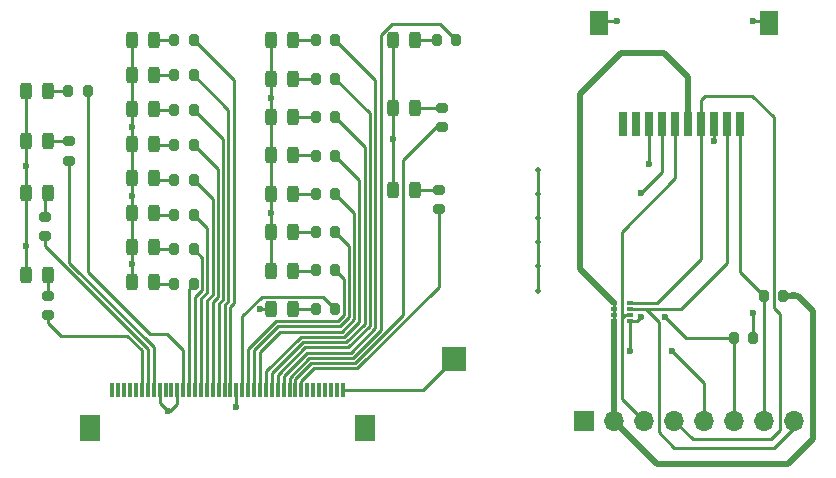
<source format=gtl>
%TF.GenerationSoftware,KiCad,Pcbnew,7.0.8-7.0.8~ubuntu22.04.1*%
%TF.CreationDate,2023-10-25T08:52:20+02:00*%
%TF.ProjectId,extension-cable,65787465-6e73-4696-9f6e-2d6361626c65,rev?*%
%TF.SameCoordinates,Original*%
%TF.FileFunction,Copper,L1,Top*%
%TF.FilePolarity,Positive*%
%FSLAX46Y46*%
G04 Gerber Fmt 4.6, Leading zero omitted, Abs format (unit mm)*
G04 Created by KiCad (PCBNEW 7.0.8-7.0.8~ubuntu22.04.1) date 2023-10-25 08:52:20*
%MOMM*%
%LPD*%
G01*
G04 APERTURE LIST*
G04 Aperture macros list*
%AMRoundRect*
0 Rectangle with rounded corners*
0 $1 Rounding radius*
0 $2 $3 $4 $5 $6 $7 $8 $9 X,Y pos of 4 corners*
0 Add a 4 corners polygon primitive as box body*
4,1,4,$2,$3,$4,$5,$6,$7,$8,$9,$2,$3,0*
0 Add four circle primitives for the rounded corners*
1,1,$1+$1,$2,$3*
1,1,$1+$1,$4,$5*
1,1,$1+$1,$6,$7*
1,1,$1+$1,$8,$9*
0 Add four rect primitives between the rounded corners*
20,1,$1+$1,$2,$3,$4,$5,0*
20,1,$1+$1,$4,$5,$6,$7,0*
20,1,$1+$1,$6,$7,$8,$9,0*
20,1,$1+$1,$8,$9,$2,$3,0*%
G04 Aperture macros list end*
%TA.AperFunction,SMDPad,CuDef*%
%ADD10RoundRect,0.200000X-0.200000X-0.275000X0.200000X-0.275000X0.200000X0.275000X-0.200000X0.275000X0*%
%TD*%
%TA.AperFunction,SMDPad,CuDef*%
%ADD11RoundRect,0.200000X-0.275000X0.200000X-0.275000X-0.200000X0.275000X-0.200000X0.275000X0.200000X0*%
%TD*%
%TA.AperFunction,SMDPad,CuDef*%
%ADD12RoundRect,0.243750X-0.243750X-0.456250X0.243750X-0.456250X0.243750X0.456250X-0.243750X0.456250X0*%
%TD*%
%TA.AperFunction,SMDPad,CuDef*%
%ADD13R,2.000000X2.000000*%
%TD*%
%TA.AperFunction,SMDPad,CuDef*%
%ADD14R,0.800000X2.000000*%
%TD*%
%TA.AperFunction,SMDPad,CuDef*%
%ADD15R,1.500000X2.000000*%
%TD*%
%TA.AperFunction,SMDPad,CuDef*%
%ADD16RoundRect,0.200000X0.200000X0.275000X-0.200000X0.275000X-0.200000X-0.275000X0.200000X-0.275000X0*%
%TD*%
%TA.AperFunction,SMDPad,CuDef*%
%ADD17R,0.300000X1.300000*%
%TD*%
%TA.AperFunction,SMDPad,CuDef*%
%ADD18R,1.800000X2.200000*%
%TD*%
%TA.AperFunction,ComponentPad*%
%ADD19R,1.700000X1.700000*%
%TD*%
%TA.AperFunction,ComponentPad*%
%ADD20O,1.700000X1.700000*%
%TD*%
%TA.AperFunction,SMDPad,CuDef*%
%ADD21R,0.609600X0.355600*%
%TD*%
%TA.AperFunction,ViaPad*%
%ADD22C,0.600000*%
%TD*%
%TA.AperFunction,ViaPad*%
%ADD23C,0.500000*%
%TD*%
%TA.AperFunction,Conductor*%
%ADD24C,0.250000*%
%TD*%
%TA.AperFunction,Conductor*%
%ADD25C,0.500000*%
%TD*%
G04 APERTURE END LIST*
D10*
X89145000Y-78507140D03*
X90795000Y-78507140D03*
X89145000Y-81458568D03*
X90795000Y-81458568D03*
D11*
X111560000Y-76405000D03*
X111560000Y-78055000D03*
D10*
X101110000Y-86530000D03*
X102760000Y-86530000D03*
D12*
X85542500Y-63750000D03*
X87417500Y-63750000D03*
X85542500Y-81292500D03*
X87417500Y-81292500D03*
X76570000Y-76700000D03*
X78445000Y-76700000D03*
X107680000Y-63750000D03*
X109555000Y-63750000D03*
D13*
X112800000Y-90740000D03*
D12*
X97352500Y-63750000D03*
X99227500Y-63750000D03*
X97352500Y-76750000D03*
X99227500Y-76750000D03*
X97352500Y-67000000D03*
X99227500Y-67000000D03*
D10*
X136525000Y-88925000D03*
X138175000Y-88925000D03*
D12*
X97352500Y-86500000D03*
X99227500Y-86500000D03*
X97352500Y-83250000D03*
X99227500Y-83250000D03*
X97352500Y-70250000D03*
X99227500Y-70250000D03*
X85542500Y-72521250D03*
X87417500Y-72521250D03*
D10*
X89145000Y-75555712D03*
X90795000Y-75555712D03*
D12*
X107680000Y-76410000D03*
X109555000Y-76410000D03*
D10*
X111385000Y-63770000D03*
X113035000Y-63770000D03*
D11*
X78450000Y-85375000D03*
X78450000Y-87025000D03*
D10*
X101110000Y-66990000D03*
X102760000Y-66990000D03*
X101115000Y-63740000D03*
X102765000Y-63740000D03*
X89145000Y-66701428D03*
X90795000Y-66701428D03*
X101110000Y-70260000D03*
X102760000Y-70260000D03*
D12*
X76570000Y-72280000D03*
X78445000Y-72280000D03*
X97352500Y-73500000D03*
X99227500Y-73500000D03*
D10*
X89145000Y-69652856D03*
X90795000Y-69652856D03*
D14*
X127160000Y-70825000D03*
D15*
X125135000Y-62325000D03*
X139485000Y-62325000D03*
D14*
X129360000Y-70825000D03*
X130460000Y-70825000D03*
X131560000Y-70825000D03*
X132660000Y-70825000D03*
X133760000Y-70825000D03*
X134860000Y-70825000D03*
X135960000Y-70825000D03*
X137060000Y-70825000D03*
X128260000Y-70825000D03*
D10*
X101110000Y-73520000D03*
X102760000Y-73520000D03*
X89145000Y-84410000D03*
X90795000Y-84410000D03*
D11*
X80250000Y-72305000D03*
X80250000Y-73955000D03*
D10*
X80190000Y-68020000D03*
X81840000Y-68020000D03*
D12*
X85542500Y-69597500D03*
X87417500Y-69597500D03*
X85542500Y-78368750D03*
X87417500Y-78368750D03*
X85542500Y-84220000D03*
X87417500Y-84220000D03*
X85542500Y-66673750D03*
X87417500Y-66673750D03*
X76570000Y-83590000D03*
X78445000Y-83590000D03*
D16*
X140725000Y-85375000D03*
X139075000Y-85375000D03*
D11*
X78235000Y-78675000D03*
X78235000Y-80325000D03*
D10*
X89145000Y-72604284D03*
X90795000Y-72604284D03*
D12*
X76582500Y-68020000D03*
X78457500Y-68020000D03*
D10*
X101110000Y-79990000D03*
X102760000Y-79990000D03*
X101110000Y-83230000D03*
X102760000Y-83230000D03*
X89145000Y-63750000D03*
X90795000Y-63750000D03*
X101110000Y-76790000D03*
X102760000Y-76790000D03*
D17*
X83910000Y-93325000D03*
X84410000Y-93325000D03*
X84910000Y-93325000D03*
X85410000Y-93325000D03*
X85910000Y-93325000D03*
X86410000Y-93325000D03*
X86910000Y-93325000D03*
X87410000Y-93325000D03*
X87910000Y-93325000D03*
X88410000Y-93325000D03*
X88910000Y-93325000D03*
X89410000Y-93325000D03*
X89910000Y-93325000D03*
X90410000Y-93325000D03*
X90910000Y-93325000D03*
X91410000Y-93325000D03*
X91910000Y-93325000D03*
X92410000Y-93325000D03*
X92910000Y-93325000D03*
X93410000Y-93325000D03*
X93910000Y-93325000D03*
X94410000Y-93325000D03*
X94910000Y-93325000D03*
X95410000Y-93325000D03*
X95910000Y-93325000D03*
X96410000Y-93325000D03*
X96910000Y-93325000D03*
X97410000Y-93325000D03*
X97910000Y-93325000D03*
X98410000Y-93325000D03*
X98910000Y-93325000D03*
X99410000Y-93325000D03*
X99910000Y-93325000D03*
X100410000Y-93325000D03*
X100910000Y-93325000D03*
X101410000Y-93325000D03*
X101910000Y-93325000D03*
X102410000Y-93325000D03*
X102910000Y-93325000D03*
X103410000Y-93325000D03*
D18*
X82010000Y-96575000D03*
X105310000Y-96575000D03*
D12*
X97352500Y-80000000D03*
X99227500Y-80000000D03*
D11*
X111810000Y-69465000D03*
X111810000Y-71115000D03*
D12*
X107680000Y-69450000D03*
X109555000Y-69450000D03*
D19*
X123820000Y-95955000D03*
D20*
X126360000Y-95955000D03*
X128900000Y-95955000D03*
X131440000Y-95955000D03*
X133980000Y-95955000D03*
X136520000Y-95955000D03*
X139060000Y-95955000D03*
X141600000Y-95955000D03*
D21*
X127760000Y-87530000D03*
X127760000Y-87029874D03*
X127760000Y-86529748D03*
X127760000Y-86029622D03*
X126363000Y-86029622D03*
X126363000Y-86529748D03*
X126363000Y-87029874D03*
X126363000Y-87530000D03*
D12*
X85542500Y-75445000D03*
X87417500Y-75445000D03*
D22*
X85540000Y-82710000D03*
X126610000Y-62155000D03*
D23*
X119930000Y-76761000D03*
D22*
X76560000Y-81180000D03*
X85560000Y-76950000D03*
X76580000Y-74390000D03*
X134850000Y-72250000D03*
X138135000Y-62130000D03*
X97360000Y-78370000D03*
D23*
X119930000Y-82899000D03*
X119930000Y-84945000D03*
D22*
X107685000Y-72080000D03*
D23*
X119930000Y-78807000D03*
D22*
X85560000Y-71120000D03*
D23*
X119930000Y-80853000D03*
D22*
X97360000Y-68640000D03*
D23*
X119930000Y-74715000D03*
D22*
X88610000Y-95155000D03*
X94410000Y-94830000D03*
X96370000Y-86540000D03*
X130675000Y-87150000D03*
X129350000Y-74200000D03*
X128700000Y-76675000D03*
X127775000Y-90100000D03*
X131275000Y-90100000D03*
X128700000Y-87150000D03*
X138175000Y-86875000D03*
X141625000Y-85350000D03*
D24*
X127760000Y-87530000D02*
X128320000Y-87530000D01*
X127760000Y-86529748D02*
X129100000Y-86529748D01*
X127760000Y-87029874D02*
X127324978Y-87029874D01*
X89145000Y-81458568D02*
X87583568Y-81458568D01*
X87583568Y-81458568D02*
X87417500Y-81292500D01*
X87555890Y-78507140D02*
X87417500Y-78368750D01*
X89145000Y-78507140D02*
X87555890Y-78507140D01*
X87528212Y-75555712D02*
X87417500Y-75445000D01*
X89145000Y-75555712D02*
X87528212Y-75555712D01*
X87500534Y-72604284D02*
X87417500Y-72521250D01*
X89145000Y-72604284D02*
X87500534Y-72604284D01*
X85542500Y-81292500D02*
X85542500Y-78368750D01*
X107680000Y-76410000D02*
X107680000Y-72085000D01*
X134860000Y-70655000D02*
X134860000Y-72240000D01*
X119930000Y-78807000D02*
X119930000Y-80853000D01*
X96410000Y-86500000D02*
X96370000Y-86540000D01*
X76570000Y-81190000D02*
X76560000Y-81180000D01*
X85542500Y-75445000D02*
X85542500Y-76932500D01*
X85542500Y-78368750D02*
X85542500Y-76967500D01*
X85542500Y-71102500D02*
X85560000Y-71120000D01*
X85542500Y-71137500D02*
X85560000Y-71120000D01*
X85542500Y-76932500D02*
X85560000Y-76950000D01*
X85542500Y-66673750D02*
X85542500Y-63750000D01*
X85542500Y-75445000D02*
X85542500Y-72521250D01*
X97352500Y-78362500D02*
X97360000Y-78370000D01*
X97352500Y-73500000D02*
X97352500Y-70250000D01*
X85542500Y-76967500D02*
X85560000Y-76950000D01*
X76570000Y-72280000D02*
X76570000Y-74380000D01*
X89410000Y-93325000D02*
X89410000Y-94530000D01*
X97352500Y-76750000D02*
X97352500Y-78362500D01*
X85542500Y-84220000D02*
X85542500Y-82712500D01*
X107680000Y-69450000D02*
X107680000Y-63750000D01*
X76570000Y-83590000D02*
X76570000Y-81190000D01*
X134860000Y-72240000D02*
X134850000Y-72250000D01*
X97352500Y-68632500D02*
X97360000Y-68640000D01*
X139485000Y-62155000D02*
X138160000Y-62155000D01*
X85542500Y-81292500D02*
X85542500Y-82707500D01*
X97352500Y-67000000D02*
X97352500Y-63750000D01*
X76570000Y-72280000D02*
X76570000Y-68032500D01*
X85542500Y-72521250D02*
X85542500Y-71137500D01*
X107680000Y-72085000D02*
X107685000Y-72080000D01*
X97352500Y-80000000D02*
X97352500Y-78377500D01*
X119930000Y-74715000D02*
X119930000Y-76761000D01*
X76570000Y-68032500D02*
X76582500Y-68020000D01*
X87910000Y-94455000D02*
X88610000Y-95155000D01*
X97352500Y-68647500D02*
X97360000Y-68640000D01*
X119930000Y-82899000D02*
X119930000Y-84945000D01*
X76570000Y-74380000D02*
X76580000Y-74390000D01*
X76570000Y-81170000D02*
X76560000Y-81180000D01*
X85542500Y-69597500D02*
X85542500Y-71102500D01*
X97352500Y-67000000D02*
X97352500Y-68632500D01*
X94410000Y-93325000D02*
X94410000Y-94830000D01*
X87910000Y-93325000D02*
X87910000Y-94455000D01*
X119930000Y-76761000D02*
X119930000Y-78807000D01*
X125135000Y-62155000D02*
X126610000Y-62155000D01*
X138160000Y-62155000D02*
X138135000Y-62130000D01*
X97352500Y-76750000D02*
X97352500Y-73500000D01*
X85542500Y-82707500D02*
X85540000Y-82710000D01*
X76570000Y-76700000D02*
X76570000Y-81170000D01*
X88610000Y-95155000D02*
X88785000Y-95155000D01*
X76570000Y-74400000D02*
X76580000Y-74390000D01*
X85542500Y-82712500D02*
X85540000Y-82710000D01*
X88785000Y-95155000D02*
X89410000Y-94530000D01*
X107680000Y-69450000D02*
X107680000Y-72075000D01*
X119930000Y-80853000D02*
X119930000Y-82899000D01*
X107680000Y-72075000D02*
X107685000Y-72080000D01*
X97352500Y-78377500D02*
X97360000Y-78370000D01*
X97352500Y-70250000D02*
X97352500Y-68647500D01*
X76570000Y-76700000D02*
X76570000Y-74400000D01*
X97352500Y-83250000D02*
X97352500Y-80000000D01*
X85542500Y-69597500D02*
X85542500Y-66673750D01*
X97352500Y-86500000D02*
X96410000Y-86500000D01*
X89145000Y-69652856D02*
X87472856Y-69652856D01*
X87472856Y-69652856D02*
X87417500Y-69597500D01*
X89145000Y-66701428D02*
X87445178Y-66701428D01*
X87445178Y-66701428D02*
X87417500Y-66673750D01*
X81840000Y-83410000D02*
X81840000Y-68020000D01*
X87090000Y-88660000D02*
X81840000Y-83410000D01*
X89900000Y-89992452D02*
X88567548Y-88660000D01*
X89910000Y-90755000D02*
X89900000Y-90745000D01*
X89910000Y-93325000D02*
X89910000Y-90755000D01*
X89900000Y-90745000D02*
X89900000Y-89992452D01*
X88567548Y-88660000D02*
X87090000Y-88660000D01*
X111335000Y-71115000D02*
X108535000Y-73915000D01*
X100768126Y-91085000D02*
X99410000Y-92443126D01*
X108535000Y-73915000D02*
X108535000Y-86999994D01*
X104449994Y-91085000D02*
X100768126Y-91085000D01*
X99410000Y-92443126D02*
X99410000Y-93325000D01*
X108535000Y-86999994D02*
X104449994Y-91085000D01*
X111810000Y-71115000D02*
X111335000Y-71115000D01*
X99910000Y-93325000D02*
X99910000Y-92572452D01*
X104634319Y-91530000D02*
X104585000Y-91530000D01*
X111560000Y-84604319D02*
X104634319Y-91530000D01*
X100952452Y-91530000D02*
X104585000Y-91530000D01*
X111560000Y-78055000D02*
X111560000Y-84604319D01*
X99910000Y-92572452D02*
X100952452Y-91530000D01*
X100583800Y-90640000D02*
X98910000Y-92313800D01*
X107552738Y-62380000D02*
X106660000Y-63272738D01*
X104265669Y-90640000D02*
X100583800Y-90640000D01*
X113035000Y-63770000D02*
X111645000Y-62380000D01*
X106660000Y-63272738D02*
X106660000Y-88245669D01*
X106660000Y-88245669D02*
X104265669Y-90640000D01*
X111645000Y-62380000D02*
X107552738Y-62380000D01*
X98910000Y-92313800D02*
X98910000Y-93325000D01*
X90410000Y-93325000D02*
X90410000Y-84795000D01*
X90410000Y-84795000D02*
X90795000Y-84410000D01*
X91514995Y-82178563D02*
X90795000Y-81458568D01*
X90910000Y-85524036D02*
X91514995Y-84919041D01*
X90910000Y-93325000D02*
X90910000Y-85524036D01*
X91514995Y-84919041D02*
X91514995Y-82178563D01*
X91410000Y-93325000D02*
X91410000Y-85653362D01*
X91410000Y-85653362D02*
X91959995Y-85103367D01*
X91959995Y-85103367D02*
X91959995Y-79672135D01*
X91959995Y-79672135D02*
X90795000Y-78507140D01*
X91910000Y-93325000D02*
X91910000Y-85782688D01*
X92404995Y-77165707D02*
X90795000Y-75555712D01*
X92404995Y-85287693D02*
X92404995Y-77165707D01*
X91910000Y-85782688D02*
X92404995Y-85287693D01*
X92410000Y-85912014D02*
X92849995Y-85472019D01*
X92849995Y-85472019D02*
X92849995Y-74659279D01*
X92410000Y-93325000D02*
X92410000Y-85912014D01*
X92849995Y-74659279D02*
X90795000Y-72604284D01*
X93294995Y-72152851D02*
X90795000Y-69652856D01*
X93294995Y-85656345D02*
X93294995Y-72152851D01*
X92910000Y-86041340D02*
X93294995Y-85656345D01*
X92910000Y-93325000D02*
X92910000Y-86041340D01*
X93739995Y-69646423D02*
X90795000Y-66701428D01*
X93739995Y-85840671D02*
X93739995Y-69646423D01*
X93410000Y-93325000D02*
X93410000Y-86170666D01*
X93410000Y-86170666D02*
X93739995Y-85840671D01*
X93910000Y-93325000D02*
X93910000Y-86299992D01*
X93910000Y-86299992D02*
X94184995Y-86024997D01*
X94184995Y-86024997D02*
X94184995Y-67139995D01*
X94184995Y-67139995D02*
X90795000Y-63750000D01*
X89145000Y-63750000D02*
X87417500Y-63750000D01*
X101080000Y-86500000D02*
X101110000Y-86530000D01*
X99227500Y-86500000D02*
X101080000Y-86500000D01*
X101090000Y-83250000D02*
X101110000Y-83230000D01*
X99227500Y-83250000D02*
X101090000Y-83250000D01*
X99227500Y-80000000D02*
X101100000Y-80000000D01*
X101100000Y-80000000D02*
X101110000Y-79990000D01*
X101070000Y-76750000D02*
X101110000Y-76790000D01*
X99227500Y-76750000D02*
X101070000Y-76750000D01*
X101090000Y-73500000D02*
X101110000Y-73520000D01*
X99227500Y-73500000D02*
X101090000Y-73500000D01*
X99227500Y-70250000D02*
X101100000Y-70250000D01*
X101100000Y-70250000D02*
X101110000Y-70260000D01*
X79520000Y-88750000D02*
X78450000Y-87680000D01*
X78450000Y-87680000D02*
X78450000Y-87025000D01*
X86410000Y-93325000D02*
X86410000Y-90002452D01*
X85157548Y-88750000D02*
X79520000Y-88750000D01*
X86410000Y-90002452D02*
X85157548Y-88750000D01*
X87410000Y-89743801D02*
X80250000Y-82583801D01*
X87410000Y-93325000D02*
X87410000Y-89743801D01*
X80250000Y-82583801D02*
X80250000Y-73955000D01*
X86910000Y-89873127D02*
X78235000Y-81198127D01*
X78235000Y-81198127D02*
X78235000Y-80325000D01*
X86910000Y-93325000D02*
X86910000Y-89873127D01*
X101100000Y-67000000D02*
X101110000Y-66990000D01*
X99227500Y-67000000D02*
X101100000Y-67000000D01*
X101105000Y-63750000D02*
X101115000Y-63740000D01*
X99227500Y-63750000D02*
X101105000Y-63750000D01*
X96553187Y-85480000D02*
X101710000Y-85480000D01*
X94910000Y-87123187D02*
X96553187Y-85480000D01*
X94910000Y-93325000D02*
X94910000Y-87123187D01*
X101710000Y-85480000D02*
X102760000Y-86530000D01*
X95410000Y-89879047D02*
X97764054Y-87524993D01*
X99763355Y-87480000D02*
X103020389Y-87480000D01*
X97764054Y-87524993D02*
X99718362Y-87524993D01*
X103480000Y-87020389D02*
X103480000Y-83950000D01*
X103020389Y-87480000D02*
X103480000Y-87020389D01*
X95410000Y-93325000D02*
X95410000Y-89879047D01*
X103480000Y-83950000D02*
X102760000Y-83230000D01*
X99718362Y-87524993D02*
X99763355Y-87480000D01*
X97948377Y-87969995D02*
X101321093Y-87969995D01*
X103925000Y-87204714D02*
X103925000Y-81155000D01*
X103925000Y-81155000D02*
X102760000Y-79990000D01*
X95910000Y-90008372D02*
X97948377Y-87969995D01*
X101321093Y-87969995D02*
X101321098Y-87970000D01*
X103159713Y-87970000D02*
X103925000Y-87204714D01*
X101321098Y-87970000D02*
X103159713Y-87970000D01*
X95910000Y-93325000D02*
X95910000Y-90008372D01*
X98132702Y-88414995D02*
X101136767Y-88414995D01*
X101136772Y-88415000D02*
X103344039Y-88415000D01*
X104370000Y-78400000D02*
X102760000Y-76790000D01*
X104370000Y-87389039D02*
X104370000Y-78400000D01*
X96410000Y-90137697D02*
X98132702Y-88414995D01*
X96410000Y-93325000D02*
X96410000Y-90137697D01*
X103344039Y-88415000D02*
X104370000Y-87389039D01*
X101136767Y-88414995D02*
X101136772Y-88415000D01*
X99846495Y-88859996D02*
X96910000Y-91796491D01*
X96910000Y-91796491D02*
X96910000Y-93325000D01*
X103528365Y-88860000D02*
X100952446Y-88860000D01*
X104815000Y-75575000D02*
X104815000Y-87573365D01*
X102760000Y-73520000D02*
X104815000Y-75575000D01*
X100952441Y-88859996D02*
X99846495Y-88859996D01*
X104815000Y-87573365D02*
X103528365Y-88860000D01*
X100952446Y-88860000D02*
X100952441Y-88859996D01*
X105260000Y-87757691D02*
X103712687Y-89305004D01*
X100030815Y-89305004D02*
X97410000Y-91925819D01*
X105260000Y-72760000D02*
X105260000Y-87757691D01*
X102760000Y-70260000D02*
X105260000Y-72760000D01*
X97410000Y-91925819D02*
X97410000Y-93325000D01*
X103712687Y-89305004D02*
X100030815Y-89305004D01*
X103897017Y-89750000D02*
X100215149Y-89750000D01*
X97910000Y-92055149D02*
X97910000Y-93325000D01*
X100215149Y-89750000D02*
X97910000Y-92055149D01*
X105705000Y-87942017D02*
X103897017Y-89750000D01*
X105705000Y-69935000D02*
X105705000Y-87942017D01*
X102760000Y-66990000D02*
X105705000Y-69935000D01*
X102765000Y-63740000D02*
X106150000Y-67125000D01*
X106150000Y-67125000D02*
X106150000Y-88126341D01*
X98410000Y-92184475D02*
X98410000Y-93325000D01*
X106150000Y-88126341D02*
X104081341Y-90195000D01*
X104081341Y-90195000D02*
X100399474Y-90195000D01*
X100399474Y-90195000D02*
X98410000Y-92184475D01*
X110215000Y-93325000D02*
X112800000Y-90740000D01*
X103410000Y-93325000D02*
X110215000Y-93325000D01*
X78235000Y-76910000D02*
X78445000Y-76700000D01*
X78235000Y-78675000D02*
X78235000Y-76910000D01*
X87607500Y-84410000D02*
X87417500Y-84220000D01*
X89145000Y-84410000D02*
X87607500Y-84410000D01*
X78450000Y-85375000D02*
X78450000Y-83595000D01*
X78450000Y-83595000D02*
X78445000Y-83590000D01*
X109555000Y-69450000D02*
X111795000Y-69450000D01*
X111795000Y-69450000D02*
X111810000Y-69465000D01*
X111555000Y-76410000D02*
X111560000Y-76405000D01*
X109555000Y-76410000D02*
X111555000Y-76410000D01*
X78470000Y-72305000D02*
X78445000Y-72280000D01*
X80250000Y-72305000D02*
X78470000Y-72305000D01*
X109555000Y-63750000D02*
X111365000Y-63750000D01*
X111365000Y-63750000D02*
X111385000Y-63770000D01*
X78457500Y-68020000D02*
X80190000Y-68020000D01*
X129360000Y-74190000D02*
X129360000Y-70655000D01*
X129350000Y-74200000D02*
X129360000Y-74190000D01*
X136525000Y-88925000D02*
X132450000Y-88925000D01*
X132450000Y-88925000D02*
X130675000Y-87150000D01*
X136520000Y-88930000D02*
X136525000Y-88925000D01*
X136520000Y-95955000D02*
X136520000Y-88930000D01*
X128320000Y-87530000D02*
X128700000Y-87150000D01*
X127760000Y-90085000D02*
X127760000Y-87530000D01*
X133980000Y-93855000D02*
X133980000Y-92805000D01*
X128700000Y-76675000D02*
X130460000Y-74915000D01*
X133980000Y-92805000D02*
X131275000Y-90100000D01*
X133980000Y-95955000D02*
X133980000Y-93855000D01*
X127775000Y-90100000D02*
X127760000Y-90085000D01*
X130460000Y-74915000D02*
X130460000Y-70655000D01*
X127050000Y-87304852D02*
X127050000Y-79950000D01*
X127050000Y-87304852D02*
X127324978Y-87029874D01*
X128900000Y-95955000D02*
X127050000Y-94105000D01*
X131560000Y-75440000D02*
X131560000Y-70655000D01*
X127050000Y-79950000D02*
X131560000Y-75440000D01*
X127050000Y-94105000D02*
X127050000Y-87304852D01*
X126360000Y-87533000D02*
X126363000Y-87530000D01*
D25*
X141950000Y-85375000D02*
X140725000Y-85375000D01*
X126360000Y-95955000D02*
X130005000Y-99600000D01*
X123485000Y-83151622D02*
X123485000Y-68305000D01*
X132660000Y-66830000D02*
X132660000Y-70655000D01*
X141125000Y-99600000D02*
X143250000Y-97475000D01*
D24*
X126363000Y-87029874D02*
X126363000Y-86529748D01*
D25*
X130005000Y-99600000D02*
X141125000Y-99600000D01*
X126360000Y-95955000D02*
X126360000Y-87533000D01*
D24*
X126363000Y-87530000D02*
X126363000Y-87029874D01*
X138175000Y-88925000D02*
X138175000Y-86875000D01*
X126363000Y-86529748D02*
X126363000Y-86029622D01*
D25*
X130635000Y-64805000D02*
X132660000Y-66830000D01*
X126363000Y-86029622D02*
X123485000Y-83151622D01*
X143250000Y-86675000D02*
X141950000Y-85375000D01*
X123485000Y-68305000D02*
X126985000Y-64805000D01*
X126985000Y-64805000D02*
X130635000Y-64805000D01*
X143250000Y-97475000D02*
X143250000Y-86675000D01*
D24*
X133760000Y-82265000D02*
X133760000Y-70655000D01*
X133035000Y-97550000D02*
X139650000Y-97550000D01*
X140430000Y-86930000D02*
X139900000Y-86400000D01*
X139650000Y-97550000D02*
X140430000Y-96770000D01*
X139900000Y-70275000D02*
X138075000Y-68450000D01*
X127760000Y-86029622D02*
X129995378Y-86029622D01*
X133760000Y-68790000D02*
X133760000Y-70655000D01*
X139900000Y-86400000D02*
X139900000Y-70275000D01*
X131440000Y-95955000D02*
X133035000Y-97550000D01*
X140430000Y-96770000D02*
X140430000Y-86930000D01*
X134100000Y-68450000D02*
X133760000Y-68790000D01*
X129995378Y-86029622D02*
X133760000Y-82265000D01*
X138075000Y-68450000D02*
X134100000Y-68450000D01*
X141600000Y-96575000D02*
X139900000Y-98275000D01*
X141600000Y-95955000D02*
X141600000Y-96575000D01*
X130150000Y-87579748D02*
X129100000Y-86529748D01*
X129100000Y-86529748D02*
X132045252Y-86529748D01*
X139900000Y-98275000D02*
X131500000Y-98275000D01*
X135960000Y-82615000D02*
X135960000Y-70655000D01*
X132045252Y-86529748D02*
X135960000Y-82615000D01*
X131500000Y-98275000D02*
X130150000Y-96925000D01*
X130150000Y-96925000D02*
X130150000Y-87579748D01*
X137060000Y-70655000D02*
X137060000Y-83360000D01*
X137060000Y-83360000D02*
X139075000Y-85375000D01*
X139060000Y-85390000D02*
X139075000Y-85375000D01*
X139060000Y-95955000D02*
X139060000Y-85390000D01*
M02*

</source>
